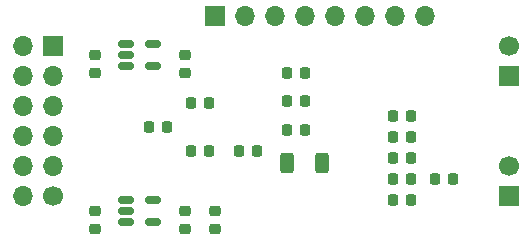
<source format=gbr>
%TF.GenerationSoftware,KiCad,Pcbnew,(6.0.0)*%
%TF.CreationDate,2022-01-10T21:54:35-05:00*%
%TF.ProjectId,ad74111_module,61643734-3131-4315-9f6d-6f64756c652e,rev?*%
%TF.SameCoordinates,Original*%
%TF.FileFunction,Soldermask,Bot*%
%TF.FilePolarity,Negative*%
%FSLAX46Y46*%
G04 Gerber Fmt 4.6, Leading zero omitted, Abs format (unit mm)*
G04 Created by KiCad (PCBNEW (6.0.0)) date 2022-01-10 21:54:35*
%MOMM*%
%LPD*%
G01*
G04 APERTURE LIST*
G04 Aperture macros list*
%AMRoundRect*
0 Rectangle with rounded corners*
0 $1 Rounding radius*
0 $2 $3 $4 $5 $6 $7 $8 $9 X,Y pos of 4 corners*
0 Add a 4 corners polygon primitive as box body*
4,1,4,$2,$3,$4,$5,$6,$7,$8,$9,$2,$3,0*
0 Add four circle primitives for the rounded corners*
1,1,$1+$1,$2,$3*
1,1,$1+$1,$4,$5*
1,1,$1+$1,$6,$7*
1,1,$1+$1,$8,$9*
0 Add four rect primitives between the rounded corners*
20,1,$1+$1,$2,$3,$4,$5,0*
20,1,$1+$1,$4,$5,$6,$7,0*
20,1,$1+$1,$6,$7,$8,$9,0*
20,1,$1+$1,$8,$9,$2,$3,0*%
G04 Aperture macros list end*
%ADD10R,1.700000X1.700000*%
%ADD11O,1.700000X1.700000*%
%ADD12C,1.700000*%
%ADD13RoundRect,0.225000X0.250000X-0.225000X0.250000X0.225000X-0.250000X0.225000X-0.250000X-0.225000X0*%
%ADD14RoundRect,0.225000X-0.225000X-0.250000X0.225000X-0.250000X0.225000X0.250000X-0.225000X0.250000X0*%
%ADD15RoundRect,0.150000X-0.512500X-0.150000X0.512500X-0.150000X0.512500X0.150000X-0.512500X0.150000X0*%
%ADD16RoundRect,0.225000X0.225000X0.250000X-0.225000X0.250000X-0.225000X-0.250000X0.225000X-0.250000X0*%
%ADD17RoundRect,0.250000X-0.312500X-0.625000X0.312500X-0.625000X0.312500X0.625000X-0.312500X0.625000X0*%
%ADD18RoundRect,0.225000X-0.250000X0.225000X-0.250000X-0.225000X0.250000X-0.225000X0.250000X0.225000X0*%
G04 APERTURE END LIST*
D10*
%TO.C,P4*%
X117602000Y-43942000D03*
D11*
X120142000Y-43942000D03*
X122682000Y-43942000D03*
X125222000Y-43942000D03*
X127762000Y-43942000D03*
X130302000Y-43942000D03*
X132842000Y-43942000D03*
X135382000Y-43942000D03*
%TD*%
D10*
%TO.C,P2*%
X103886000Y-46482000D03*
D11*
X103886000Y-49022000D03*
X103886000Y-51562000D03*
X103886000Y-54102000D03*
X103886000Y-56642000D03*
D12*
X103886000Y-59182000D03*
D11*
X101346000Y-46482000D03*
X101346000Y-49022000D03*
X101346000Y-51562000D03*
X101346000Y-54102000D03*
X101346000Y-56642000D03*
X101346000Y-59182000D03*
%TD*%
D10*
%TO.C,P1*%
X142494000Y-49022000D03*
D12*
X142494000Y-46482000D03*
%TD*%
D10*
%TO.C,P3*%
X142494000Y-59182000D03*
D12*
X142494000Y-56642000D03*
%TD*%
D13*
%TO.C,C11*%
X115062000Y-48781000D03*
X115062000Y-47231000D03*
%TD*%
D14*
%TO.C,C12*%
X123685000Y-48768000D03*
X125235000Y-48768000D03*
%TD*%
D15*
%TO.C,U2*%
X110114500Y-48194000D03*
X110114500Y-47244000D03*
X110114500Y-46294000D03*
X112389500Y-46294000D03*
X112389500Y-48194000D03*
%TD*%
D14*
%TO.C,R16*%
X136258000Y-57785000D03*
X137808000Y-57785000D03*
%TD*%
D16*
%TO.C,FB3*%
X117107000Y-51308000D03*
X115557000Y-51308000D03*
%TD*%
%TO.C,C14*%
X134252000Y-56007000D03*
X132702000Y-56007000D03*
%TD*%
D14*
%TO.C,R15*%
X132702000Y-57785000D03*
X134252000Y-57785000D03*
%TD*%
D16*
%TO.C,C9*%
X121171000Y-55372000D03*
X119621000Y-55372000D03*
%TD*%
D15*
%TO.C,U4*%
X110114500Y-61402000D03*
X110114500Y-60452000D03*
X110114500Y-59502000D03*
X112389500Y-59502000D03*
X112389500Y-61402000D03*
%TD*%
D16*
%TO.C,C10*%
X113551000Y-53340000D03*
X112001000Y-53340000D03*
%TD*%
%TO.C,C18*%
X134252000Y-54229000D03*
X132702000Y-54229000D03*
%TD*%
D13*
%TO.C,C15*%
X107442000Y-61989000D03*
X107442000Y-60439000D03*
%TD*%
D17*
%TO.C,C17*%
X123759500Y-56388000D03*
X126684500Y-56388000D03*
%TD*%
D13*
%TO.C,C8*%
X107442000Y-48781000D03*
X107442000Y-47231000D03*
%TD*%
D14*
%TO.C,C7*%
X115557000Y-55372000D03*
X117107000Y-55372000D03*
%TD*%
%TO.C,R4*%
X132702000Y-52451000D03*
X134252000Y-52451000D03*
%TD*%
%TO.C,C20*%
X132702000Y-59563000D03*
X134252000Y-59563000D03*
%TD*%
%TO.C,C13*%
X123685000Y-53594000D03*
X125235000Y-53594000D03*
%TD*%
D13*
%TO.C,C19*%
X115062000Y-61989000D03*
X115062000Y-60439000D03*
%TD*%
D14*
%TO.C,C16*%
X123685000Y-51181000D03*
X125235000Y-51181000D03*
%TD*%
D18*
%TO.C,FB4*%
X117602000Y-60439000D03*
X117602000Y-61989000D03*
%TD*%
M02*

</source>
